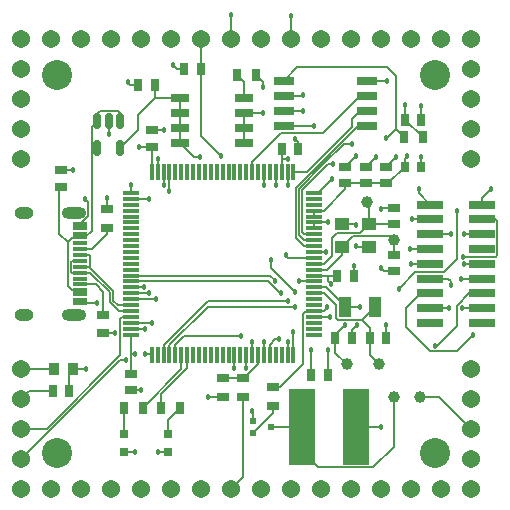
<source format=gbr>
%TF.GenerationSoftware,KiCad,Pcbnew,8.0.6-8.0.6-0~ubuntu24.04.1*%
%TF.CreationDate,2024-10-22T17:09:28-04:00*%
%TF.ProjectId,ta-expt-v2,74612d65-7870-4742-9d76-322e6b696361,rev?*%
%TF.SameCoordinates,Original*%
%TF.FileFunction,Copper,L1,Top*%
%TF.FilePolarity,Positive*%
%FSLAX46Y46*%
G04 Gerber Fmt 4.6, Leading zero omitted, Abs format (unit mm)*
G04 Created by KiCad (PCBNEW 8.0.6-8.0.6-0~ubuntu24.04.1) date 2024-10-22 17:09:28*
%MOMM*%
%LPD*%
G01*
G04 APERTURE LIST*
G04 Aperture macros list*
%AMRoundRect*
0 Rectangle with rounded corners*
0 $1 Rounding radius*
0 $2 $3 $4 $5 $6 $7 $8 $9 X,Y pos of 4 corners*
0 Add a 4 corners polygon primitive as box body*
4,1,4,$2,$3,$4,$5,$6,$7,$8,$9,$2,$3,0*
0 Add four circle primitives for the rounded corners*
1,1,$1+$1,$2,$3*
1,1,$1+$1,$4,$5*
1,1,$1+$1,$6,$7*
1,1,$1+$1,$8,$9*
0 Add four rect primitives between the rounded corners*
20,1,$1+$1,$2,$3,$4,$5,0*
20,1,$1+$1,$4,$5,$6,$7,0*
20,1,$1+$1,$6,$7,$8,$9,0*
20,1,$1+$1,$8,$9,$2,$3,0*%
G04 Aperture macros list end*
%TA.AperFunction,SMDPad,CuDef*%
%ADD10R,1.475000X0.300000*%
%TD*%
%TA.AperFunction,SMDPad,CuDef*%
%ADD11R,0.300000X1.475000*%
%TD*%
%TA.AperFunction,SMDPad,CuDef*%
%ADD12R,0.780000X0.990000*%
%TD*%
%TA.AperFunction,SMDPad,CuDef*%
%ADD13R,1.525000X0.650000*%
%TD*%
%TA.AperFunction,SMDPad,CuDef*%
%ADD14C,1.000000*%
%TD*%
%TA.AperFunction,SMDPad,CuDef*%
%ADD15R,1.000000X0.800000*%
%TD*%
%TA.AperFunction,SMDPad,CuDef*%
%ADD16R,0.800000X1.000000*%
%TD*%
%TA.AperFunction,SMDPad,CuDef*%
%ADD17R,0.800000X0.800000*%
%TD*%
%TA.AperFunction,SMDPad,CuDef*%
%ADD18R,0.990000X0.780000*%
%TD*%
%TA.AperFunction,SMDPad,CuDef*%
%ADD19R,0.630000X0.480000*%
%TD*%
%TA.AperFunction,SMDPad,CuDef*%
%ADD20R,2.300000X0.700000*%
%TD*%
%TA.AperFunction,SMDPad,CuDef*%
%ADD21R,1.150000X0.300000*%
%TD*%
%TA.AperFunction,ComponentPad*%
%ADD22O,2.100000X1.000000*%
%TD*%
%TA.AperFunction,ComponentPad*%
%ADD23O,1.600000X1.000000*%
%TD*%
%TA.AperFunction,ComponentPad*%
%ADD24C,1.540000*%
%TD*%
%TA.AperFunction,SMDPad,CuDef*%
%ADD25R,0.750000X0.940000*%
%TD*%
%TA.AperFunction,SMDPad,CuDef*%
%ADD26R,1.300000X1.100000*%
%TD*%
%TA.AperFunction,SMDPad,CuDef*%
%ADD27RoundRect,0.150000X-0.150000X0.512500X-0.150000X-0.512500X0.150000X-0.512500X0.150000X0.512500X0*%
%TD*%
%TA.AperFunction,SMDPad,CuDef*%
%ADD28R,2.300000X6.400000*%
%TD*%
%TA.AperFunction,SMDPad,CuDef*%
%ADD29R,1.000000X1.800000*%
%TD*%
%TA.AperFunction,SMDPad,CuDef*%
%ADD30R,1.785000X0.650000*%
%TD*%
%TA.AperFunction,ComponentPad*%
%ADD31C,2.540000*%
%TD*%
%TA.AperFunction,SMDPad,CuDef*%
%ADD32R,0.900000X1.000000*%
%TD*%
%TA.AperFunction,ViaPad*%
%ADD33C,0.457200*%
%TD*%
%TA.AperFunction,Conductor*%
%ADD34C,0.127000*%
%TD*%
%TA.AperFunction,Conductor*%
%ADD35C,0.203200*%
%TD*%
G04 APERTURE END LIST*
D10*
%TO.P,IC3,1,PE2*%
%TO.N,unconnected-(IC3-PE2-Pad1)*%
X160738000Y-114000000D03*
%TO.P,IC3,2,PE3*%
%TO.N,unconnected-(IC3-PE3-Pad2)*%
X160738000Y-113500000D03*
%TO.P,IC3,3,PE4*%
%TO.N,unconnected-(IC3-PE4-Pad3)*%
X160738000Y-113000000D03*
%TO.P,IC3,4,PE5*%
%TO.N,/Control*%
X160738000Y-112500000D03*
%TO.P,IC3,5,PE6*%
%TO.N,/LDO_OUT*%
X160738000Y-112000000D03*
%TO.P,IC3,6,VBAT*%
%TO.N,/V_BAT*%
X160738000Y-111500000D03*
%TO.P,IC3,7,PC13*%
%TO.N,unconnected-(IC3-PC13-Pad7)*%
X160738000Y-111000000D03*
%TO.P,IC3,8,PC14-OSC32_IN*%
%TO.N,Net-(IC3-PC14-OSC32_IN)*%
X160738000Y-110500000D03*
%TO.P,IC3,9,PC15-OSC32_OUT*%
%TO.N,Net-(IC3-PC15-OSC32_OUT)*%
X160738000Y-110000000D03*
%TO.P,IC3,10,VSS_1*%
%TO.N,GND*%
X160738000Y-109500000D03*
%TO.P,IC3,11,VDD_1*%
%TO.N,/VDD_FILT*%
X160738000Y-109000000D03*
%TO.P,IC3,12,PH0-OSC_IN*%
%TO.N,Net-(IC3-PH0-OSC_IN)*%
X160738000Y-108500000D03*
%TO.P,IC3,13,PH1-OSC_OUT*%
%TO.N,Net-(IC3-PH1-OSC_OUT)*%
X160738000Y-108000000D03*
%TO.P,IC3,14,NRST*%
%TO.N,/NRST*%
X160738000Y-107500000D03*
%TO.P,IC3,15,PC0*%
%TO.N,/I2C3_SCL*%
X160738000Y-107000000D03*
%TO.P,IC3,16,PC1*%
%TO.N,/QUADSPI_BK2_IO0*%
X160738000Y-106500000D03*
%TO.P,IC3,17,PC2*%
%TO.N,/QUADSPI_BK2_IO1*%
X160738000Y-106000000D03*
%TO.P,IC3,18,PC3*%
%TO.N,/QUADSPI_BK2_IO2*%
X160738000Y-105500000D03*
%TO.P,IC3,19,VSSA*%
%TO.N,GND*%
X160738000Y-105000000D03*
%TO.P,IC3,20,VREF-*%
X160738000Y-104500000D03*
%TO.P,IC3,21,VREF+*%
%TO.N,/VDD_FILT*%
X160738000Y-104000000D03*
%TO.P,IC3,22,VDDA*%
X160738000Y-103500000D03*
%TO.P,IC3,23,PA0*%
%TO.N,unconnected-(IC3-PA0-Pad23)*%
X160738000Y-103000000D03*
%TO.P,IC3,24,PA1*%
%TO.N,unconnected-(IC3-PA1-Pad24)*%
X160738000Y-102500000D03*
%TO.P,IC3,25,PA2*%
%TO.N,/QUADSPI_BK1_NCS*%
X160738000Y-102000000D03*
D11*
%TO.P,IC3,26,PA3*%
%TO.N,/QUADSPI_CLK*%
X159000000Y-100262000D03*
%TO.P,IC3,27,VSS_2*%
%TO.N,GND*%
X158500000Y-100262000D03*
%TO.P,IC3,28,VDD_2*%
%TO.N,/VDD_FILT*%
X158000000Y-100262000D03*
%TO.P,IC3,29,PA4*%
%TO.N,/DCMI_HSYNC*%
X157500000Y-100262000D03*
%TO.P,IC3,30,PA5*%
%TO.N,unconnected-(IC3-PA5-Pad30)*%
X157000000Y-100262000D03*
%TO.P,IC3,31,PA6*%
%TO.N,/DCMI_PIXCLK*%
X156500000Y-100262000D03*
%TO.P,IC3,32,PA7*%
%TO.N,unconnected-(IC3-PA7-Pad32)*%
X156000000Y-100262000D03*
%TO.P,IC3,33,PC4*%
%TO.N,/QUADSPI_BK2_IO3*%
X155500000Y-100262000D03*
%TO.P,IC3,34,PC5*%
%TO.N,unconnected-(IC3-PC5-Pad34)*%
X155000000Y-100262000D03*
%TO.P,IC3,35,PB0*%
%TO.N,unconnected-(IC3-PB0-Pad35)*%
X154500000Y-100262000D03*
%TO.P,IC3,36,PB1*%
%TO.N,unconnected-(IC3-PB1-Pad36)*%
X154000000Y-100262000D03*
%TO.P,IC3,37,PB2*%
%TO.N,unconnected-(IC3-PB2-Pad37)*%
X153500000Y-100262000D03*
%TO.P,IC3,38,PE7*%
%TO.N,unconnected-(IC3-PE7-Pad38)*%
X153000000Y-100262000D03*
%TO.P,IC3,39,PE8*%
%TO.N,unconnected-(IC3-PE8-Pad39)*%
X152500000Y-100262000D03*
%TO.P,IC3,40,PE9*%
%TO.N,unconnected-(IC3-PE9-Pad40)*%
X152000000Y-100262000D03*
%TO.P,IC3,41,PE10*%
%TO.N,unconnected-(IC3-PE10-Pad41)*%
X151500000Y-100262000D03*
%TO.P,IC3,42,PE11*%
%TO.N,unconnected-(IC3-PE11-Pad42)*%
X151000000Y-100262000D03*
%TO.P,IC3,43,PE12*%
%TO.N,unconnected-(IC3-PE12-Pad43)*%
X150500000Y-100262000D03*
%TO.P,IC3,44,PE13*%
%TO.N,unconnected-(IC3-PE13-Pad44)*%
X150000000Y-100262000D03*
%TO.P,IC3,45,PE14*%
%TO.N,unconnected-(IC3-PE14-Pad45)*%
X149500000Y-100262000D03*
%TO.P,IC3,46,PE15*%
%TO.N,unconnected-(IC3-PE15-Pad46)*%
X149000000Y-100262000D03*
%TO.P,IC3,47,PB10*%
%TO.N,/LPUART_RX*%
X148500000Y-100262000D03*
%TO.P,IC3,48,PB11*%
%TO.N,/LPUART_TX*%
X148000000Y-100262000D03*
%TO.P,IC3,49,VSS_3*%
%TO.N,GND*%
X147500000Y-100262000D03*
%TO.P,IC3,50,VDD_3*%
%TO.N,/VDD_FILT*%
X147000000Y-100262000D03*
D10*
%TO.P,IC3,51,PB12*%
%TO.N,/LPUART_RTS*%
X145262000Y-102000000D03*
%TO.P,IC3,52,PB13*%
%TO.N,/LPUART_CTS*%
X145262000Y-102500000D03*
%TO.P,IC3,53,PB14*%
%TO.N,unconnected-(IC3-PB14-Pad53)*%
X145262000Y-103000000D03*
%TO.P,IC3,54,PB15*%
%TO.N,unconnected-(IC3-PB15-Pad54)*%
X145262000Y-103500000D03*
%TO.P,IC3,55,PD8*%
%TO.N,unconnected-(IC3-PD8-Pad55)*%
X145262000Y-104000000D03*
%TO.P,IC3,56,PD9*%
%TO.N,unconnected-(IC3-PD9-Pad56)*%
X145262000Y-104500000D03*
%TO.P,IC3,57,PD10*%
%TO.N,unconnected-(IC3-PD10-Pad57)*%
X145262000Y-105000000D03*
%TO.P,IC3,58,PD11*%
%TO.N,unconnected-(IC3-PD11-Pad58)*%
X145262000Y-105500000D03*
%TO.P,IC3,59,PD12*%
%TO.N,unconnected-(IC3-PD12-Pad59)*%
X145262000Y-106000000D03*
%TO.P,IC3,60,PD13*%
%TO.N,unconnected-(IC3-PD13-Pad60)*%
X145262000Y-106500000D03*
%TO.P,IC3,61,PD14*%
%TO.N,unconnected-(IC3-PD14-Pad61)*%
X145262000Y-107000000D03*
%TO.P,IC3,62,PD15*%
%TO.N,unconnected-(IC3-PD15-Pad62)*%
X145262000Y-107500000D03*
%TO.P,IC3,63,PC6*%
%TO.N,unconnected-(IC3-PC6-Pad63)*%
X145262000Y-108000000D03*
%TO.P,IC3,64,PC7*%
%TO.N,unconnected-(IC3-PC7-Pad64)*%
X145262000Y-108500000D03*
%TO.P,IC3,65,PC8*%
%TO.N,/DCMI_D2*%
X145262000Y-109000000D03*
%TO.P,IC3,66,PC9*%
%TO.N,/DCMI_D3*%
X145262000Y-109500000D03*
%TO.P,IC3,67,PA8*%
%TO.N,/USART1_CK*%
X145262000Y-110000000D03*
%TO.P,IC3,68,PA9*%
%TO.N,/USART1_TX*%
X145262000Y-110500000D03*
%TO.P,IC3,69,PA10*%
%TO.N,/USART1_RX*%
X145262000Y-111000000D03*
%TO.P,IC3,70,PA11*%
%TO.N,/D-*%
X145262000Y-111500000D03*
%TO.P,IC3,71,PA12*%
%TO.N,/D+*%
X145262000Y-112000000D03*
%TO.P,IC3,72,PA13*%
%TO.N,/SWDIO*%
X145262000Y-112500000D03*
%TO.P,IC3,73,VDDUSB*%
%TO.N,/VDD_FILT*%
X145262000Y-113000000D03*
%TO.P,IC3,74,VSS_4*%
%TO.N,GND*%
X145262000Y-113500000D03*
%TO.P,IC3,75,VDD_4*%
%TO.N,/VDD_FILT*%
X145262000Y-114000000D03*
D11*
%TO.P,IC3,76,PA14*%
%TO.N,/SWCLK*%
X147000000Y-115738000D03*
%TO.P,IC3,77,PA15*%
%TO.N,unconnected-(IC3-PA15-Pad77)*%
X147500000Y-115738000D03*
%TO.P,IC3,78,PC10*%
%TO.N,/DCMI_D8*%
X148000000Y-115738000D03*
%TO.P,IC3,79,PC11*%
%TO.N,/DCMI_D4*%
X148500000Y-115738000D03*
%TO.P,IC3,80,PC12*%
%TO.N,/DCMI_D9*%
X149000000Y-115738000D03*
%TO.P,IC3,81,PD0*%
%TO.N,/LED1*%
X149500000Y-115738000D03*
%TO.P,IC3,82,PD1*%
%TO.N,/LED2*%
X150000000Y-115738000D03*
%TO.P,IC3,83,PD2*%
%TO.N,unconnected-(IC3-PD2-Pad83)*%
X150500000Y-115738000D03*
%TO.P,IC3,84,PD3*%
%TO.N,unconnected-(IC3-PD3-Pad84)*%
X151000000Y-115738000D03*
%TO.P,IC3,85,PD4*%
%TO.N,unconnected-(IC3-PD4-Pad85)*%
X151500000Y-115738000D03*
%TO.P,IC3,86,PD5*%
%TO.N,unconnected-(IC3-PD5-Pad86)*%
X152000000Y-115738000D03*
%TO.P,IC3,87,PD6*%
%TO.N,unconnected-(IC3-PD6-Pad87)*%
X152500000Y-115738000D03*
%TO.P,IC3,88,PD7*%
%TO.N,unconnected-(IC3-PD7-Pad88)*%
X153000000Y-115738000D03*
%TO.P,IC3,89,PB3*%
%TO.N,unconnected-(IC3-PB3-Pad89)*%
X153500000Y-115738000D03*
%TO.P,IC3,90,PB4*%
%TO.N,/I2C3_SDA*%
X154000000Y-115738000D03*
%TO.P,IC3,91,PB5*%
%TO.N,unconnected-(IC3-PB5-Pad91)*%
X154500000Y-115738000D03*
%TO.P,IC3,92,PB6*%
%TO.N,/DCMI_D5*%
X155000000Y-115738000D03*
%TO.P,IC3,93,PB7*%
%TO.N,/DCMI_VSYNC*%
X155500000Y-115738000D03*
%TO.P,IC3,94,PH3-BOOT0*%
%TO.N,Net-(IC3-PH3-BOOT0)*%
X156000000Y-115738000D03*
%TO.P,IC3,95,PB8*%
%TO.N,/DCMI_D6*%
X156500000Y-115738000D03*
%TO.P,IC3,96,PB9*%
%TO.N,/DCMI_D7*%
X157000000Y-115738000D03*
%TO.P,IC3,97,PE0*%
%TO.N,unconnected-(IC3-PE0-Pad97)*%
X157500000Y-115738000D03*
%TO.P,IC3,98,PE1*%
%TO.N,unconnected-(IC3-PE1-Pad98)*%
X158000000Y-115738000D03*
%TO.P,IC3,99,VSS_5*%
%TO.N,GND*%
X158500000Y-115738000D03*
%TO.P,IC3,100,VDD_5*%
%TO.N,/VDD_FILT*%
X159000000Y-115738000D03*
%TD*%
D12*
%TO.P,C4,1*%
%TO.N,Net-(IC3-PC15-OSC32_OUT)*%
X162550000Y-114300000D03*
%TO.P,C4,2*%
%TO.N,GND*%
X163950000Y-114300000D03*
%TD*%
D13*
%TO.P,IC2,1,S_1*%
%TO.N,/VDD_FILT*%
X154824000Y-97750000D03*
%TO.P,IC2,2,S_2*%
X154824000Y-96480000D03*
%TO.P,IC2,3,S_3*%
X154824000Y-95210000D03*
%TO.P,IC2,4,G*%
%TO.N,Net-(IC2-G)*%
X154824000Y-93940000D03*
%TO.P,IC2,5,D_1*%
%TO.N,/LDO_OUT*%
X149400000Y-93940000D03*
%TO.P,IC2,6,D_2*%
X149400000Y-95210000D03*
%TO.P,IC2,7,D_3*%
X149400000Y-96480000D03*
%TO.P,IC2,8,D_4*%
X149400000Y-97750000D03*
%TD*%
D14*
%TO.P,TP3,1*%
%TO.N,Net-(IC3-PC15-OSC32_OUT)*%
X163500000Y-116500000D03*
%TD*%
%TO.P,TP5,1*%
%TO.N,Net-(IC1-A1{slash}K2)*%
X167500000Y-119250000D03*
%TD*%
D12*
%TO.P,C14,1*%
%TO.N,GND*%
X159400000Y-98300000D03*
%TO.P,C14,2*%
%TO.N,/VDD_FILT*%
X158000000Y-98300000D03*
%TD*%
D15*
%TO.P,R6,1*%
%TO.N,/BOOT0*%
X154700000Y-119250000D03*
%TO.P,R6,2*%
%TO.N,Net-(IC3-PH3-BOOT0)*%
X154700000Y-117650000D03*
%TD*%
D16*
%TO.P,R7,1*%
%TO.N,/VDD_FILT*%
X169950000Y-97300000D03*
%TO.P,R7,2*%
%TO.N,/QUADSPI_BK1_NCS*%
X168350000Y-97300000D03*
%TD*%
D14*
%TO.P,TP1,1*%
%TO.N,Net-(IC3-PH1-OSC_OUT)*%
X165250000Y-102750000D03*
%TD*%
D15*
%TO.P,R3,1*%
%TO.N,Net-(IC1-K1)*%
X157250000Y-120050000D03*
%TO.P,R3,2*%
%TO.N,/LDO_OUT*%
X157250000Y-118450000D03*
%TD*%
D17*
%TO.P,LED2,1,K*%
%TO.N,GND*%
X148350000Y-123900000D03*
%TO.P,LED2,2,A*%
%TO.N,Net-(LED2-A)*%
X148350000Y-122400000D03*
%TD*%
D12*
%TO.P,C19,1*%
%TO.N,/LDO_OUT*%
X147250000Y-92850000D03*
%TO.P,C19,2*%
%TO.N,GND*%
X145850000Y-92850000D03*
%TD*%
D16*
%TO.P,R4,1*%
%TO.N,/Control*%
X155800000Y-92000000D03*
%TO.P,R4,2*%
%TO.N,Net-(IC2-G)*%
X154200000Y-92000000D03*
%TD*%
D18*
%TO.P,C9,1*%
%TO.N,/VDD_FILT*%
X165100000Y-101200000D03*
%TO.P,C9,2*%
%TO.N,GND*%
X165100000Y-99800000D03*
%TD*%
D19*
%TO.P,IC1,1,A2*%
%TO.N,/VDD_FILT*%
X155545000Y-121350000D03*
%TO.P,IC1,2,K1*%
%TO.N,Net-(IC1-K1)*%
X155545000Y-122350000D03*
%TO.P,IC1,3,A1/K2*%
%TO.N,Net-(IC1-A1{slash}K2)*%
X157055000Y-121850000D03*
%TD*%
D20*
%TO.P,J5,1,1*%
%TO.N,unconnected-(J5-Pad1)*%
X170575000Y-113000000D03*
%TO.P,J5,2,2*%
%TO.N,unconnected-(J5-Pad2)*%
X174925000Y-113000000D03*
%TO.P,J5,3,3*%
%TO.N,/DCMI_D3*%
X170575000Y-111750000D03*
%TO.P,J5,4,4*%
%TO.N,/DCMI_D2*%
X174925000Y-111750000D03*
%TO.P,J5,5,5*%
%TO.N,/DCMI_D5*%
X170575000Y-110500000D03*
%TO.P,J5,6,6*%
%TO.N,/DCMI_D4*%
X174925000Y-110500000D03*
%TO.P,J5,7,7*%
%TO.N,/DCMI_D7*%
X170575000Y-109250000D03*
%TO.P,J5,8,8*%
%TO.N,/DCMI_D6*%
X174925000Y-109250000D03*
%TO.P,J5,9,9*%
%TO.N,/DCMI_D9*%
X170575000Y-108000000D03*
%TO.P,J5,10,10*%
%TO.N,/DCMI_D8*%
X174925000Y-108000000D03*
%TO.P,J5,11,11*%
%TO.N,/DCMI_PIXCLK*%
X170575000Y-106750000D03*
%TO.P,J5,12,12*%
%TO.N,unconnected-(J5-Pad12)*%
X174925000Y-106750000D03*
%TO.P,J5,13,13*%
%TO.N,/DCMI_VSYNC*%
X170575000Y-105500000D03*
%TO.P,J5,14,14*%
%TO.N,/DCMI_HSYNC*%
X174925000Y-105500000D03*
%TO.P,J5,15,15*%
%TO.N,/I2C3_SCL*%
X170575000Y-104250000D03*
%TO.P,J5,16,16*%
%TO.N,/I2C3_SDA*%
X174925000Y-104250000D03*
%TO.P,J5,17,17*%
%TO.N,/VDD_FILT*%
X170575000Y-103000000D03*
%TO.P,J5,18,18*%
%TO.N,GND*%
X174925000Y-103000000D03*
%TD*%
D21*
%TO.P,J3,A1,GND*%
%TO.N,GND*%
X140955000Y-104650000D03*
%TO.P,J3,A4,VBUS*%
%TO.N,/VBUS*%
X140955000Y-105450000D03*
%TO.P,J3,A5,CC1*%
%TO.N,Net-(J3-CC1)*%
X140955000Y-106750000D03*
%TO.P,J3,A6,D+*%
%TO.N,/D+*%
X140955000Y-107750000D03*
%TO.P,J3,A7,D-*%
%TO.N,/D-*%
X140955000Y-108250000D03*
%TO.P,J3,A8,SBU1*%
%TO.N,unconnected-(J3-SBU1-PadA8)*%
X140955000Y-109250000D03*
%TO.P,J3,A9,VBUS*%
%TO.N,/VBUS*%
X140955000Y-110550000D03*
%TO.P,J3,A12,GND*%
%TO.N,GND*%
X140955000Y-111350000D03*
%TO.P,J3,B1,GND*%
X140955000Y-111050000D03*
%TO.P,J3,B4,VBUS*%
%TO.N,/VBUS*%
X140955000Y-110250000D03*
%TO.P,J3,B5,CC2*%
%TO.N,Net-(J3-CC2)*%
X140955000Y-109750000D03*
%TO.P,J3,B6,D+*%
%TO.N,/D+*%
X140955000Y-108750000D03*
%TO.P,J3,B7,D-*%
%TO.N,/D-*%
X140955000Y-107250000D03*
%TO.P,J3,B8,SBU2*%
%TO.N,unconnected-(J3-SBU2-PadB8)*%
X140955000Y-106250000D03*
%TO.P,J3,B9,VBUS*%
%TO.N,/VBUS*%
X140955000Y-105750000D03*
%TO.P,J3,B12,GND*%
%TO.N,GND*%
X140955000Y-104950000D03*
D22*
%TO.P,J3,S1,SHIELD*%
%TO.N,unconnected-(J3-SHIELD-PadS1)*%
X140390000Y-103680000D03*
D23*
X136210000Y-103680000D03*
D22*
X140390000Y-112320000D03*
D23*
X136210000Y-112320000D03*
%TD*%
D18*
%TO.P,C6,1*%
%TO.N,Net-(IC3-PH0-OSC_IN)*%
X167500000Y-107250000D03*
%TO.P,C6,2*%
%TO.N,GND*%
X167500000Y-108650000D03*
%TD*%
D12*
%TO.P,C10,1*%
%TO.N,/NRST*%
X151150000Y-91550000D03*
%TO.P,C10,2*%
%TO.N,GND*%
X149750000Y-91550000D03*
%TD*%
D18*
%TO.P,C7,1*%
%TO.N,/VDD_FILT*%
X166800000Y-101200000D03*
%TO.P,C7,2*%
%TO.N,GND*%
X166800000Y-99800000D03*
%TD*%
%TO.P,C13,1*%
%TO.N,/VDD_FILT*%
X147000000Y-98100000D03*
%TO.P,C13,2*%
%TO.N,GND*%
X147000000Y-96700000D03*
%TD*%
D15*
%TO.P,R9,1*%
%TO.N,GND*%
X142900000Y-113900000D03*
%TO.P,R9,2*%
%TO.N,Net-(J3-CC2)*%
X142900000Y-112300000D03*
%TD*%
D24*
%TO.P,J7,1,Pin_1*%
%TO.N,VDD*%
X135950000Y-116890000D03*
%TO.P,J7,2,Pin_2*%
%TO.N,GND*%
X135950000Y-119430000D03*
%TO.P,J7,3,Pin_3*%
%TO.N,/SWDIO*%
X135950000Y-121970000D03*
%TO.P,J7,4,Pin_4*%
%TO.N,/SWCLK*%
X135950000Y-124510000D03*
%TD*%
D25*
%TO.P,C5,1*%
%TO.N,/VDD_FILT*%
X168400000Y-99800000D03*
%TO.P,C5,2*%
%TO.N,GND*%
X169800000Y-99800000D03*
%TD*%
D16*
%TO.P,R2,1*%
%TO.N,/LED2*%
X147800000Y-120200000D03*
%TO.P,R2,2*%
%TO.N,Net-(LED2-A)*%
X149400000Y-120200000D03*
%TD*%
%TO.P,R1,1*%
%TO.N,/LED1*%
X146250000Y-120200000D03*
%TO.P,R1,2*%
%TO.N,Net-(LED1-A)*%
X144650000Y-120200000D03*
%TD*%
D18*
%TO.P,C18,1*%
%TO.N,GND*%
X139350000Y-100100000D03*
%TO.P,C18,2*%
%TO.N,/VBUS*%
X139350000Y-101500000D03*
%TD*%
%TO.P,C16,1*%
%TO.N,GND*%
X145200000Y-118700000D03*
%TO.P,C16,2*%
%TO.N,/VDD_FILT*%
X145200000Y-117300000D03*
%TD*%
D24*
%TO.P,J8,1,Pin_1*%
%TO.N,unconnected-(J8-Pin_1-Pad1)*%
X135950000Y-127050000D03*
%TO.P,J8,2,Pin_2*%
%TO.N,unconnected-(J8-Pin_2-Pad2)*%
X138490000Y-127050000D03*
%TO.P,J8,3,Pin_3*%
%TO.N,unconnected-(J8-Pin_3-Pad3)*%
X141030000Y-127050000D03*
%TO.P,J8,4,Pin_4*%
%TO.N,unconnected-(J8-Pin_4-Pad4)*%
X143570000Y-127050000D03*
%TO.P,J8,5,Pin_5*%
%TO.N,unconnected-(J8-Pin_5-Pad5)*%
X146110000Y-127050000D03*
%TO.P,J8,6,Pin_6*%
%TO.N,unconnected-(J8-Pin_6-Pad6)*%
X148650000Y-127050000D03*
%TO.P,J8,7,Pin_7*%
%TO.N,unconnected-(J8-Pin_7-Pad7)*%
X151190000Y-127050000D03*
%TO.P,J8,8,Pin_8*%
%TO.N,/BOOT0*%
X153730000Y-127050000D03*
%TO.P,J8,9,Pin_9*%
%TO.N,/LPUART_CTS*%
X156270000Y-127050000D03*
%TO.P,J8,10,Pin_10*%
%TO.N,/LPUART_TX*%
X158810000Y-127050000D03*
%TO.P,J8,11,Pin_11*%
%TO.N,/LPUART_RX*%
X161350000Y-127050000D03*
%TO.P,J8,12,Pin_12*%
%TO.N,/LPUART_RTS*%
X163890000Y-127050000D03*
%TO.P,J8,13,Pin_13*%
%TO.N,unconnected-(J8-Pin_13-Pad13)*%
X166430000Y-127050000D03*
%TO.P,J8,14,Pin_14*%
%TO.N,unconnected-(J8-Pin_14-Pad14)*%
X168970000Y-127050000D03*
%TO.P,J8,15,Pin_15*%
%TO.N,unconnected-(J8-Pin_15-Pad15)*%
X171510000Y-127050000D03*
%TO.P,J8,16,Pin_16*%
%TO.N,unconnected-(J8-Pin_16-Pad16)*%
X174050000Y-127050000D03*
%TD*%
D17*
%TO.P,LED1,1,K*%
%TO.N,GND*%
X144650000Y-123900000D03*
%TO.P,LED1,2,A*%
%TO.N,Net-(LED1-A)*%
X144650000Y-122400000D03*
%TD*%
D18*
%TO.P,C12,1*%
%TO.N,/VDD_FILT*%
X163400000Y-101200000D03*
%TO.P,C12,2*%
%TO.N,GND*%
X163400000Y-99800000D03*
%TD*%
D14*
%TO.P,TP6,1*%
%TO.N,GND*%
X169750000Y-119250000D03*
%TD*%
D12*
%TO.P,C15,1*%
%TO.N,GND*%
X164100000Y-109000000D03*
%TO.P,C15,2*%
%TO.N,/VDD_FILT*%
X162700000Y-109000000D03*
%TD*%
D24*
%TO.P,J1,2,Pin_2*%
%TO.N,unconnected-(J1-Pin_2-Pad2)*%
X174050000Y-124510000D03*
%TO.P,J1,3,Pin_3*%
%TO.N,GND*%
X174050000Y-121970000D03*
%TO.P,J1,4,Pin_4*%
%TO.N,unconnected-(J1-Pin_4-Pad4)*%
X174050000Y-119430000D03*
%TO.P,J1,5,Pin_5*%
%TO.N,unconnected-(J1-Pin_5-Pad5)*%
X174050000Y-116890000D03*
%TD*%
D26*
%TO.P,Y1,1,CRYSTAL_1*%
%TO.N,Net-(IC3-PH0-OSC_IN)*%
X163100000Y-106575000D03*
%TO.P,Y1,2,GND_1*%
%TO.N,GND*%
X165400000Y-106575000D03*
%TO.P,Y1,3,CRYSTAL_2*%
%TO.N,Net-(IC3-PH1-OSC_OUT)*%
X165400000Y-104675000D03*
%TO.P,Y1,4,GND_2*%
%TO.N,GND*%
X163100000Y-104675000D03*
%TD*%
D15*
%TO.P,R8,1*%
%TO.N,GND*%
X143200000Y-103350000D03*
%TO.P,R8,2*%
%TO.N,Net-(J3-CC1)*%
X143200000Y-104950000D03*
%TD*%
D12*
%TO.P,C8,1*%
%TO.N,Net-(IC3-PC14-OSC32_IN)*%
X165450000Y-114300000D03*
%TO.P,C8,2*%
%TO.N,GND*%
X166850000Y-114300000D03*
%TD*%
%TO.P,C2,1*%
%TO.N,/VDD_FILT*%
X140000000Y-118800000D03*
%TO.P,C2,2*%
%TO.N,GND*%
X138600000Y-118800000D03*
%TD*%
D27*
%TO.P,U1,1,IN*%
%TO.N,/VBUS*%
X144300000Y-95925000D03*
%TO.P,U1,2,GND*%
%TO.N,GND*%
X143350000Y-95925000D03*
%TO.P,U1,3,EN*%
%TO.N,/VBUS*%
X142400000Y-95925000D03*
%TO.P,U1,4,NC*%
%TO.N,unconnected-(U1-NC-Pad4)*%
X142400000Y-98200000D03*
%TO.P,U1,5,OUT*%
%TO.N,/LDO_OUT*%
X144300000Y-98200000D03*
%TD*%
D28*
%TO.P,C1,1*%
%TO.N,Net-(IC1-A1{slash}K2)*%
X159700000Y-121850000D03*
%TO.P,C1,2*%
%TO.N,GND*%
X164300000Y-121850000D03*
%TD*%
D14*
%TO.P,TP4,1*%
%TO.N,Net-(IC3-PC14-OSC32_IN)*%
X166250000Y-116500000D03*
%TD*%
D24*
%TO.P,J2,1,Pin_1*%
%TO.N,unconnected-(J2-Pin_1-Pad1)*%
X135950000Y-99110000D03*
%TO.P,J2,2,Pin_2*%
%TO.N,GND*%
X135950000Y-96570000D03*
%TO.P,J2,3,Pin_3*%
%TO.N,unconnected-(J2-Pin_3-Pad3)*%
X135950000Y-94030000D03*
%TO.P,J2,4,Pin_4*%
%TO.N,unconnected-(J2-Pin_4-Pad4)*%
X135950000Y-91490000D03*
%TD*%
D14*
%TO.P,TP2,1*%
%TO.N,Net-(IC3-PH0-OSC_IN)*%
X167500000Y-106000000D03*
%TD*%
D18*
%TO.P,C3,1*%
%TO.N,Net-(IC3-PH1-OSC_OUT)*%
X167500000Y-104650000D03*
%TO.P,C3,2*%
%TO.N,GND*%
X167500000Y-103250000D03*
%TD*%
D12*
%TO.P,C11,1*%
%TO.N,GND*%
X161900000Y-117450000D03*
%TO.P,C11,2*%
%TO.N,/VDD_FILT*%
X160500000Y-117450000D03*
%TD*%
%TO.P,C17,1*%
%TO.N,/VDD_FILT*%
X168400000Y-95800000D03*
%TO.P,C17,2*%
%TO.N,GND*%
X169800000Y-95800000D03*
%TD*%
D29*
%TO.P,Y2,1,1*%
%TO.N,Net-(IC3-PC14-OSC32_IN)*%
X165875000Y-111650000D03*
%TO.P,Y2,2,2*%
%TO.N,Net-(IC3-PC15-OSC32_OUT)*%
X163325000Y-111650000D03*
%TD*%
D30*
%TO.P,IC4,1,CE#*%
%TO.N,/QUADSPI_BK1_NCS*%
X158168000Y-92495000D03*
%TO.P,IC4,2,SO(IO1)*%
%TO.N,/QUADSPI_BK2_IO1*%
X158168000Y-93765000D03*
%TO.P,IC4,3,WP#(IO2)*%
%TO.N,/QUADSPI_BK2_IO2*%
X158168000Y-95035000D03*
%TO.P,IC4,4,GND*%
%TO.N,GND*%
X158168000Y-96305000D03*
%TO.P,IC4,5,SI(IO0)*%
%TO.N,/QUADSPI_BK2_IO0*%
X165232000Y-96305000D03*
%TO.P,IC4,6,SCK*%
%TO.N,/QUADSPI_CLK*%
X165232000Y-95035000D03*
%TO.P,IC4,7,HOLD#_OR__RESET#(IO3)*%
%TO.N,/QUADSPI_BK2_IO3*%
X165232000Y-93765000D03*
%TO.P,IC4,8,VCC*%
%TO.N,/VDD_FILT*%
X165232000Y-92495000D03*
%TD*%
D31*
%TO.P,J6,1,Pin_1*%
%TO.N,GND*%
X139000000Y-92000000D03*
%TO.P,J6,2,Pin_2*%
X171000000Y-92000000D03*
%TO.P,J6,3,Pin_3*%
X139000000Y-124000000D03*
%TO.P,J6,4,Pin_4*%
X171000000Y-124000000D03*
%TD*%
D24*
%TO.P,J4,2,Pin_2*%
%TO.N,unconnected-(J4-Pin_2-Pad2)*%
X174050000Y-99110000D03*
%TO.P,J4,3,Pin_3*%
%TO.N,unconnected-(J4-Pin_3-Pad3)*%
X174050000Y-96570000D03*
%TO.P,J4,4,Pin_4*%
%TO.N,unconnected-(J4-Pin_4-Pad4)*%
X174050000Y-94030000D03*
%TO.P,J4,5,Pin_5*%
%TO.N,unconnected-(J4-Pin_5-Pad5)*%
X174050000Y-91490000D03*
%TD*%
%TO.P,J9,1,Pin_1*%
%TO.N,unconnected-(J9-Pin_1-Pad1)*%
X135950000Y-88950000D03*
%TO.P,J9,2,Pin_2*%
%TO.N,unconnected-(J9-Pin_2-Pad2)*%
X138490000Y-88950000D03*
%TO.P,J9,3,Pin_3*%
%TO.N,GND*%
X141030000Y-88950000D03*
%TO.P,J9,4,Pin_4*%
%TO.N,unconnected-(J9-Pin_4-Pad4)*%
X143570000Y-88950000D03*
%TO.P,J9,5,Pin_5*%
%TO.N,unconnected-(J9-Pin_5-Pad5)*%
X146110000Y-88950000D03*
%TO.P,J9,6,Pin_6*%
%TO.N,unconnected-(J9-Pin_6-Pad6)*%
X148650000Y-88950000D03*
%TO.P,J9,7,Pin_7*%
%TO.N,/NRST*%
X151190000Y-88950000D03*
%TO.P,J9,8,Pin_8*%
%TO.N,/USART1_CK*%
X153730000Y-88950000D03*
%TO.P,J9,9,Pin_9*%
%TO.N,/USART1_CTS*%
X156270000Y-88950000D03*
%TO.P,J9,10,Pin_10*%
%TO.N,/USART1_TX*%
X158810000Y-88950000D03*
%TO.P,J9,11,Pin_11*%
%TO.N,/USART1_RX*%
X161350000Y-88950000D03*
%TO.P,J9,12,Pin_12*%
%TO.N,/USART1_RTS*%
X163890000Y-88950000D03*
%TO.P,J9,13,Pin_13*%
%TO.N,unconnected-(J9-Pin_13-Pad13)*%
X166430000Y-88950000D03*
%TO.P,J9,14,Pin_14*%
%TO.N,unconnected-(J9-Pin_14-Pad14)*%
X168970000Y-88950000D03*
%TO.P,J9,15,Pin_15*%
%TO.N,unconnected-(J9-Pin_15-Pad15)*%
X171510000Y-88950000D03*
%TO.P,J9,16,Pin_16*%
%TO.N,unconnected-(J9-Pin_16-Pad16)*%
X174050000Y-88950000D03*
%TD*%
D32*
%TO.P,FB1,1,1*%
%TO.N,VDD*%
X138750000Y-116900000D03*
%TO.P,FB1,2,2*%
%TO.N,/VDD_FILT*%
X140350000Y-116900000D03*
%TD*%
D15*
%TO.P,R5,1*%
%TO.N,Net-(IC3-PH3-BOOT0)*%
X153050000Y-117650000D03*
%TO.P,R5,2*%
%TO.N,GND*%
X153050000Y-119250000D03*
%TD*%
D33*
%TO.N,/VDD_FILT*%
X155500000Y-120500000D03*
%TO.N,GND*%
X143200000Y-102400000D03*
X169800000Y-98950000D03*
X146100000Y-118700000D03*
X164400000Y-113200000D03*
X175700000Y-101700000D03*
X166450000Y-103400000D03*
X165950000Y-98950000D03*
X142400000Y-111350000D03*
X166400000Y-121850000D03*
X167700000Y-98950000D03*
X140350000Y-100100000D03*
X164300000Y-98900000D03*
X147500000Y-99100000D03*
X166850000Y-113200000D03*
X143350000Y-97000000D03*
X158500000Y-114600000D03*
X161900000Y-104500000D03*
X159500000Y-109500000D03*
X148000000Y-96700000D03*
X161900000Y-115300000D03*
X158500000Y-101350000D03*
X166400000Y-108400000D03*
X146400000Y-113500000D03*
X164250000Y-106500000D03*
X160700000Y-96300000D03*
X151750000Y-119250000D03*
X147500000Y-123900000D03*
X144950000Y-92650000D03*
X145600000Y-123900000D03*
X169800000Y-94650000D03*
X143900000Y-113900000D03*
X164100000Y-108200000D03*
X159100000Y-97400000D03*
X148800000Y-91200000D03*
X141350000Y-102500000D03*
X164250000Y-104700000D03*
%TO.N,/VDD_FILT*%
X160500000Y-115300000D03*
X158500000Y-99150000D03*
X156400000Y-95200000D03*
X169600000Y-101650000D03*
X166900000Y-92500000D03*
X145950000Y-98100000D03*
X141450000Y-116900000D03*
X168400000Y-94600000D03*
X147050000Y-113000000D03*
X159000000Y-113750000D03*
X162150000Y-109750000D03*
X168650000Y-98850000D03*
X145600000Y-115600000D03*
%TO.N,Net-(IC3-PC15-OSC32_OUT)*%
X163400000Y-113200000D03*
X164600000Y-111650000D03*
%TO.N,/NRST*%
X158350000Y-107300000D03*
X152900000Y-98900000D03*
%TO.N,/LDO_OUT*%
X161850000Y-111700000D03*
X151050000Y-98950000D03*
X159150000Y-110400000D03*
X157075000Y-107725000D03*
%TO.N,/USART1_RX*%
X147350000Y-111000000D03*
%TO.N,/I2C3_SDA*%
X173350000Y-107400000D03*
X154000000Y-116850000D03*
%TO.N,/DCMI_VSYNC*%
X155500000Y-114650000D03*
X172350000Y-105500000D03*
%TO.N,/QUADSPI_BK2_IO2*%
X162330500Y-99569500D03*
X159800000Y-95050000D03*
%TO.N,/DCMI_D5*%
X155000000Y-116800000D03*
X174200000Y-114000000D03*
%TO.N,/LPUART_TX*%
X148000000Y-101350000D03*
%TO.N,/DCMI_D8*%
X158500000Y-111150000D03*
X173450000Y-108000000D03*
%TO.N,/LPUART_CTS*%
X146750000Y-102500000D03*
%TO.N,/USART1_TX*%
X146800000Y-110500000D03*
X158800000Y-87000000D03*
%TO.N,/DCMI_D7*%
X157750000Y-114400000D03*
X172300000Y-109800000D03*
%TO.N,/I2C3_SCL*%
X161750000Y-107000000D03*
X169000000Y-104250000D03*
%TO.N,/LPUART_RX*%
X148500000Y-101800000D03*
%TO.N,/Control*%
X172850000Y-103500000D03*
X167900000Y-110100000D03*
X162050000Y-112500000D03*
X156400000Y-93050000D03*
%TO.N,/SWCLK*%
X144800000Y-116150000D03*
X146400000Y-115600000D03*
%TO.N,/DCMI_D9*%
X154550000Y-114150000D03*
X168950000Y-108000000D03*
%TO.N,/USART1_CK*%
X146350000Y-110000000D03*
X153700000Y-86900000D03*
%TO.N,/DCMI_D4*%
X170950000Y-114950000D03*
X159100000Y-111650000D03*
%TO.N,/LPUART_RTS*%
X145250000Y-101300000D03*
%TO.N,/DCMI_PIXCLK*%
X168900000Y-106750000D03*
X156500000Y-101350000D03*
%TO.N,/DCMI_HSYNC*%
X157500000Y-101300000D03*
X173400000Y-105500000D03*
%TO.N,/DCMI_D2*%
X157400000Y-109450000D03*
X173250000Y-111750000D03*
%TO.N,/QUADSPI_BK2_IO1*%
X163950000Y-97850000D03*
X159800000Y-93750000D03*
%TO.N,/QUADSPI_BK1_NCS*%
X162250000Y-100800000D03*
X166800000Y-97350000D03*
%TO.N,/DCMI_D6*%
X156500000Y-114650000D03*
X173150000Y-109250000D03*
%TO.N,/DCMI_D3*%
X157900000Y-110500000D03*
X172200000Y-111750000D03*
%TD*%
D34*
%TO.N,/VDD_FILT*%
X155545000Y-120545000D02*
X155500000Y-120500000D01*
X155545000Y-121350000D02*
X155545000Y-120545000D01*
%TO.N,Net-(IC1-A1{slash}K2)*%
X159700000Y-123900000D02*
X161040500Y-125240500D01*
X159700000Y-121850000D02*
X159700000Y-123900000D01*
X165759500Y-125240500D02*
X167500000Y-123500000D01*
X167500000Y-123500000D02*
X167500000Y-119250000D01*
X161040500Y-125240500D02*
X165759500Y-125240500D01*
X159700000Y-121850000D02*
X157055000Y-121850000D01*
%TO.N,GND*%
X165100000Y-99800000D02*
X165950000Y-98950000D01*
D35*
X174925000Y-103000000D02*
X174925000Y-102475000D01*
D34*
X169800000Y-99800000D02*
X169800000Y-98950000D01*
X142900000Y-113900000D02*
X143900000Y-113900000D01*
X149750000Y-91550000D02*
X149150000Y-91550000D01*
X138600000Y-118800000D02*
X136580000Y-118800000D01*
X163400000Y-99800000D02*
X164300000Y-98900000D01*
D35*
X174925000Y-102475000D02*
X175700000Y-101700000D01*
D34*
X141630500Y-103974500D02*
X141630500Y-102780500D01*
X143200000Y-103350000D02*
X143200000Y-102400000D01*
D35*
X161900000Y-104500000D02*
X160738000Y-104500000D01*
D34*
X171330000Y-119250000D02*
X174050000Y-121970000D01*
X160695000Y-96305000D02*
X158168000Y-96305000D01*
D35*
X160738000Y-104500000D02*
X160738000Y-105000000D01*
D34*
X158500000Y-100262000D02*
X158500000Y-101350000D01*
X145850000Y-92850000D02*
X145150000Y-92850000D01*
X167500000Y-103250000D02*
X166600000Y-103250000D01*
X169750000Y-119250000D02*
X171330000Y-119250000D01*
D35*
X164300000Y-121850000D02*
X166400000Y-121850000D01*
X161900000Y-115400000D02*
X161900000Y-115300000D01*
D34*
X145262000Y-113500000D02*
X146400000Y-113500000D01*
X159400000Y-98300000D02*
X159400000Y-97700000D01*
X164100000Y-109000000D02*
X164100000Y-108200000D01*
X145150000Y-92850000D02*
X144950000Y-92650000D01*
X166850000Y-113200000D02*
X166850000Y-113150000D01*
X164225000Y-104675000D02*
X164250000Y-104700000D01*
X136580000Y-118800000D02*
X135950000Y-119430000D01*
X148350000Y-123900000D02*
X147500000Y-123900000D01*
X166800000Y-99800000D02*
X166850000Y-99800000D01*
X160738000Y-109500000D02*
X159500000Y-109500000D01*
X153050000Y-119250000D02*
X151750000Y-119250000D01*
X167500000Y-108650000D02*
X166650000Y-108650000D01*
X140955000Y-111350000D02*
X142400000Y-111350000D01*
X144650000Y-123900000D02*
X145600000Y-123900000D01*
X140955000Y-104650000D02*
X141630500Y-103974500D01*
X166850000Y-114300000D02*
X166850000Y-113200000D01*
X139350000Y-100100000D02*
X140350000Y-100100000D01*
X163100000Y-104675000D02*
X164225000Y-104675000D01*
X160700000Y-96300000D02*
X160695000Y-96305000D01*
X163950000Y-113650000D02*
X164400000Y-113200000D01*
X149150000Y-91550000D02*
X148800000Y-91200000D01*
X140955000Y-111350000D02*
X140955000Y-111050000D01*
X165400000Y-106575000D02*
X164325000Y-106575000D01*
X163950000Y-114300000D02*
X163950000Y-113650000D01*
X147000000Y-96700000D02*
X148000000Y-96700000D01*
X145200000Y-118700000D02*
X146100000Y-118700000D01*
X169800000Y-95800000D02*
X169800000Y-94650000D01*
X141630500Y-102780500D02*
X141350000Y-102500000D01*
X147500000Y-100262000D02*
X147500000Y-99100000D01*
X143350000Y-95925000D02*
X143350000Y-97000000D01*
X159400000Y-97700000D02*
X159100000Y-97400000D01*
X166600000Y-103250000D02*
X166450000Y-103400000D01*
X166850000Y-99800000D02*
X167700000Y-98950000D01*
D35*
X161900000Y-117450000D02*
X161900000Y-115400000D01*
D34*
X166650000Y-108650000D02*
X166400000Y-108400000D01*
X164325000Y-106575000D02*
X164250000Y-106500000D01*
X158500000Y-115738000D02*
X158500000Y-114600000D01*
D35*
%TO.N,/VDD_FILT*%
X160500000Y-117450000D02*
X160500000Y-115300000D01*
D34*
X145262000Y-115600000D02*
X145600000Y-115600000D01*
X162700000Y-109000000D02*
X161900000Y-109000000D01*
D35*
X170575000Y-103000000D02*
X169600000Y-102025000D01*
D34*
X160738000Y-103500000D02*
X161602500Y-103500000D01*
X163400000Y-101702500D02*
X163400000Y-101200000D01*
X145262000Y-115600000D02*
X145262000Y-114000000D01*
X154824000Y-95210000D02*
X156390000Y-95210000D01*
X165100000Y-101200000D02*
X166800000Y-101200000D01*
X168400000Y-95800000D02*
X168450000Y-95800000D01*
X161900000Y-109000000D02*
X161900000Y-109500000D01*
X145200000Y-117200000D02*
X145262000Y-117138000D01*
X140350000Y-116900000D02*
X140350000Y-117100000D01*
X166800000Y-101200000D02*
X167000000Y-101200000D01*
X166895000Y-92495000D02*
X166900000Y-92500000D01*
X161602500Y-103500000D02*
X163400000Y-101702500D01*
X140350000Y-116900000D02*
X141450000Y-116900000D01*
X163400000Y-101200000D02*
X165100000Y-101200000D01*
X160738000Y-104000000D02*
X160738000Y-103500000D01*
X168450000Y-95800000D02*
X169950000Y-97300000D01*
X168400000Y-95800000D02*
X168400000Y-94600000D01*
X145262000Y-113000000D02*
X147050000Y-113000000D01*
X147000000Y-100262000D02*
X147000000Y-98100000D01*
X167000000Y-101200000D02*
X168400000Y-99800000D01*
X140350000Y-117100000D02*
X140000000Y-117450000D01*
X158000000Y-99150000D02*
X158500000Y-99150000D01*
X140000000Y-117450000D02*
X140000000Y-118800000D01*
X165232000Y-92495000D02*
X166895000Y-92495000D01*
X154824000Y-97750000D02*
X154824000Y-96480000D01*
X145200000Y-117300000D02*
X145200000Y-117200000D01*
X168400000Y-99800000D02*
X168400000Y-99100000D01*
X154824000Y-95210000D02*
X154824000Y-96480000D01*
X168400000Y-99100000D02*
X168650000Y-98850000D01*
X161900000Y-109500000D02*
X162150000Y-109750000D01*
D35*
X169600000Y-102025000D02*
X169600000Y-101650000D01*
D34*
X159000000Y-115738000D02*
X159000000Y-113750000D01*
X147000000Y-98100000D02*
X145950000Y-98100000D01*
X158000000Y-100262000D02*
X158000000Y-99150000D01*
X158000000Y-99150000D02*
X158000000Y-98300000D01*
X145262000Y-117138000D02*
X145262000Y-115600000D01*
X156390000Y-95210000D02*
X156400000Y-95200000D01*
X161900000Y-109000000D02*
X160738000Y-109000000D01*
%TO.N,Net-(IC3-PH1-OSC_OUT)*%
X162259500Y-105834500D02*
X162678500Y-105415500D01*
X165425000Y-104650000D02*
X165400000Y-104675000D01*
X160738000Y-108000000D02*
X161602500Y-108000000D01*
X162259500Y-107343000D02*
X162259500Y-105834500D01*
X165400000Y-104675000D02*
X165400000Y-102900000D01*
X162678500Y-105415500D02*
X164659500Y-105415500D01*
X164659500Y-105415500D02*
X165400000Y-104675000D01*
X161602500Y-108000000D02*
X162259500Y-107343000D01*
X165400000Y-102900000D02*
X165250000Y-102750000D01*
X167500000Y-104650000D02*
X165425000Y-104650000D01*
%TO.N,Net-(IC3-PC15-OSC32_OUT)*%
X162550000Y-114050000D02*
X163400000Y-113200000D01*
X161777038Y-110000000D02*
X163325000Y-111547962D01*
X160738000Y-110000000D02*
X161777038Y-110000000D01*
X162550000Y-115550000D02*
X163500000Y-116500000D01*
X162550000Y-114300000D02*
X162550000Y-115550000D01*
X163325000Y-111547962D02*
X163325000Y-111650000D01*
X164600000Y-111650000D02*
X163325000Y-111650000D01*
X162550000Y-114300000D02*
X162550000Y-114050000D01*
%TO.N,Net-(IC3-PH0-OSC_IN)*%
X167434500Y-107315500D02*
X167500000Y-107250000D01*
X167500000Y-106000000D02*
X167500000Y-107250000D01*
X167169500Y-105669500D02*
X167500000Y-106000000D01*
X164005500Y-105669500D02*
X167169500Y-105669500D01*
X163100000Y-106575000D02*
X164005500Y-105669500D01*
X163100000Y-107252000D02*
X161852000Y-108500000D01*
X163100000Y-106575000D02*
X163100000Y-107252000D01*
X161852000Y-108500000D02*
X160738000Y-108500000D01*
%TO.N,Net-(IC3-PC14-OSC32_IN)*%
X165450000Y-115700000D02*
X166250000Y-116500000D01*
X161602500Y-110500000D02*
X162600000Y-111497500D01*
X165450000Y-113406000D02*
X164784500Y-112740500D01*
X162600000Y-111497500D02*
X162600000Y-112600000D01*
X162600000Y-112600000D02*
X162740500Y-112740500D01*
X164784500Y-112740500D02*
X165875000Y-111650000D01*
X160738000Y-110500000D02*
X161602500Y-110500000D01*
X165450000Y-114300000D02*
X165450000Y-115700000D01*
X165450000Y-114300000D02*
X165450000Y-113406000D01*
X162740500Y-112740500D02*
X164784500Y-112740500D01*
%TO.N,/NRST*%
X158550000Y-107500000D02*
X160738000Y-107500000D01*
X151150000Y-91550000D02*
X151150000Y-97150000D01*
X151150000Y-91550000D02*
X151150000Y-88990000D01*
X151150000Y-97150000D02*
X152900000Y-98900000D01*
X151150000Y-88990000D02*
X151190000Y-88950000D01*
X158350000Y-107300000D02*
X158550000Y-107500000D01*
%TO.N,/VBUS*%
X139149500Y-101700500D02*
X139149500Y-105448500D01*
X141380000Y-105750000D02*
X141909500Y-105220500D01*
X141909500Y-96415500D02*
X142400000Y-95925000D01*
X144300000Y-95925000D02*
X144300000Y-95262501D01*
X142400000Y-95300000D02*
X142400000Y-95925000D01*
X141909500Y-105220500D02*
X141909500Y-96415500D01*
X139350000Y-101500000D02*
X139149500Y-101700500D01*
X140955000Y-110250000D02*
X140253000Y-110250000D01*
X140955000Y-105750000D02*
X141380000Y-105750000D01*
X142628000Y-95072000D02*
X142400000Y-95300000D01*
X139149500Y-105448500D02*
X139900000Y-106199000D01*
X139900000Y-109897000D02*
X139900000Y-106199000D01*
X144300000Y-95262501D02*
X144109499Y-95072000D01*
X140955000Y-110250000D02*
X140955000Y-110550000D01*
X140500000Y-105450000D02*
X140955000Y-105450000D01*
X144109499Y-95072000D02*
X142628000Y-95072000D01*
X140349000Y-105750000D02*
X140955000Y-105750000D01*
X140955000Y-105750000D02*
X140955000Y-105450000D01*
X139900000Y-106199000D02*
X140349000Y-105750000D01*
X140253000Y-110250000D02*
X139900000Y-109897000D01*
%TO.N,/LDO_OUT*%
X145800000Y-96700000D02*
X144300000Y-98200000D01*
X147250000Y-92850000D02*
X147250000Y-93930000D01*
X147260000Y-93940000D02*
X145800000Y-95400000D01*
X161550000Y-112000000D02*
X160738000Y-112000000D01*
X159810000Y-116517000D02*
X159810000Y-112240000D01*
X157877000Y-118450000D02*
X159810000Y-116517000D01*
X149400000Y-97750000D02*
X149400000Y-96480000D01*
X159810000Y-112240000D02*
X160050000Y-112000000D01*
X149400000Y-97750000D02*
X150600000Y-98950000D01*
X157075000Y-108325000D02*
X159150000Y-110400000D01*
X150600000Y-98950000D02*
X151050000Y-98950000D01*
X157250000Y-118450000D02*
X157877000Y-118450000D01*
X149400000Y-93940000D02*
X149400000Y-95210000D01*
X160050000Y-112000000D02*
X160738000Y-112000000D01*
X149400000Y-97750000D02*
X149169500Y-97519500D01*
X145800000Y-95400000D02*
X145800000Y-96700000D01*
X157075000Y-107725000D02*
X157075000Y-108325000D01*
X161850000Y-111700000D02*
X161550000Y-112000000D01*
X147250000Y-93930000D02*
X147260000Y-93940000D01*
X149400000Y-93940000D02*
X147260000Y-93940000D01*
X149400000Y-95210000D02*
X149400000Y-96480000D01*
%TO.N,VDD*%
X135960000Y-116900000D02*
X135950000Y-116890000D01*
X138750000Y-116900000D02*
X135960000Y-116900000D01*
%TO.N,Net-(IC1-K1)*%
X157250000Y-120645000D02*
X155545000Y-122350000D01*
X157250000Y-120050000D02*
X157250000Y-120645000D01*
%TO.N,Net-(IC2-G)*%
X154824000Y-93940000D02*
X154824000Y-92624000D01*
X154824000Y-92624000D02*
X154200000Y-92000000D01*
%TO.N,/USART1_RX*%
X145262000Y-111000000D02*
X147350000Y-111000000D01*
%TO.N,/I2C3_SDA*%
X154000000Y-115738000D02*
X154000000Y-116850000D01*
X173350000Y-107400000D02*
X176156000Y-107400000D01*
X176156000Y-107400000D02*
X176265500Y-107290500D01*
X176265500Y-107290500D02*
X176265500Y-104415500D01*
X176100000Y-104250000D02*
X174925000Y-104250000D01*
X176265500Y-104415500D02*
X176100000Y-104250000D01*
%TO.N,/QUADSPI_BK2_IO0*%
X159873500Y-106500000D02*
X159192000Y-105818500D01*
X164446080Y-96305000D02*
X165232000Y-96305000D01*
X160738000Y-106500000D02*
X159873500Y-106500000D01*
X159192000Y-105818500D02*
X159192000Y-101559080D01*
X159192000Y-101559080D02*
X164446080Y-96305000D01*
%TO.N,/DCMI_VSYNC*%
X172350000Y-105500000D02*
X170575000Y-105500000D01*
X155500000Y-115738000D02*
X155500000Y-114650000D01*
%TO.N,/QUADSPI_BK2_IO2*%
X159873500Y-105500000D02*
X160738000Y-105500000D01*
X161900000Y-99569500D02*
X162330500Y-99569500D01*
X159700000Y-105326500D02*
X159873500Y-105500000D01*
X161900000Y-99569500D02*
X159700000Y-101769500D01*
X159785000Y-95035000D02*
X158168000Y-95035000D01*
X159700000Y-101769500D02*
X159700000Y-105326500D01*
X159800000Y-95050000D02*
X159785000Y-95035000D01*
%TO.N,/DCMI_D5*%
X168550000Y-111725000D02*
X169775000Y-110500000D01*
X155000000Y-115738000D02*
X155000000Y-116800000D01*
X169775000Y-110500000D02*
X170575000Y-110500000D01*
X170590500Y-115390500D02*
X168550000Y-113350000D01*
X174200000Y-114000000D02*
X172809500Y-115390500D01*
X172809500Y-115390500D02*
X170590500Y-115390500D01*
X168550000Y-113350000D02*
X168550000Y-111725000D01*
%TO.N,/LPUART_TX*%
X148000000Y-100262000D02*
X148000000Y-101350000D01*
%TO.N,/DCMI_D8*%
X173450000Y-108000000D02*
X174925000Y-108000000D01*
X148000000Y-114873500D02*
X151723500Y-111150000D01*
X148000000Y-115738000D02*
X148000000Y-114873500D01*
X151723500Y-111150000D02*
X158500000Y-111150000D01*
X158500000Y-111150000D02*
X158550000Y-111150000D01*
%TO.N,/D-*%
X141657000Y-108250000D02*
X143750000Y-110343000D01*
X140955000Y-108250000D02*
X141657000Y-108250000D01*
X141750000Y-108157000D02*
X141750000Y-107350000D01*
X141750000Y-107350000D02*
X141650000Y-107250000D01*
X144100000Y-111500000D02*
X145262000Y-111500000D01*
X141657000Y-108250000D02*
X141750000Y-108157000D01*
X143750000Y-110343000D02*
X143750000Y-111150000D01*
X141650000Y-107250000D02*
X140955000Y-107250000D01*
X143750000Y-111150000D02*
X144100000Y-111500000D01*
%TO.N,/QUADSPI_BK2_IO3*%
X161479500Y-96950000D02*
X157947500Y-96950000D01*
X165232000Y-93765000D02*
X164664500Y-93765000D01*
X157947500Y-96950000D02*
X155500000Y-99397500D01*
X155500000Y-99397500D02*
X155500000Y-100262000D01*
X164664500Y-93765000D02*
X161479500Y-96950000D01*
%TO.N,/LPUART_CTS*%
X145262000Y-102500000D02*
X146750000Y-102500000D01*
%TO.N,/USART1_TX*%
X145262000Y-110500000D02*
X146800000Y-110500000D01*
X158810000Y-87010000D02*
X158810000Y-88950000D01*
X158800000Y-87000000D02*
X158810000Y-87010000D01*
%TO.N,/DCMI_D7*%
X172300000Y-109800000D02*
X172300000Y-109500000D01*
X157000000Y-114873500D02*
X157473500Y-114400000D01*
X172050000Y-109250000D02*
X170575000Y-109250000D01*
X157000000Y-115738000D02*
X157000000Y-114873500D01*
X157473500Y-114400000D02*
X157750000Y-114400000D01*
X172300000Y-109500000D02*
X172050000Y-109250000D01*
%TO.N,/I2C3_SCL*%
X160738000Y-107000000D02*
X161750000Y-107000000D01*
X169000000Y-104250000D02*
X170575000Y-104250000D01*
%TO.N,/LPUART_RX*%
X148500000Y-100262000D02*
X148500000Y-101800000D01*
%TO.N,/Control*%
X172850000Y-107606000D02*
X171746500Y-108709500D01*
X171746500Y-108709500D02*
X169290500Y-108709500D01*
X162050000Y-112500000D02*
X160738000Y-112500000D01*
X156400000Y-92600000D02*
X156400000Y-93050000D01*
X155800000Y-92000000D02*
X156400000Y-92600000D01*
X169290500Y-108709500D02*
X167900000Y-110100000D01*
X172850000Y-103500000D02*
X172850000Y-107606000D01*
%TO.N,/SWCLK*%
X135950000Y-124510000D02*
X144310000Y-116150000D01*
X146862000Y-115600000D02*
X147000000Y-115738000D01*
X146400000Y-115600000D02*
X146862000Y-115600000D01*
X144310000Y-116150000D02*
X144800000Y-116150000D01*
%TO.N,/QUADSPI_CLK*%
X163945935Y-95753565D02*
X163945935Y-96445935D01*
X164664500Y-95035000D02*
X163945935Y-95753565D01*
X160129870Y-100262000D02*
X159000000Y-100262000D01*
X163945935Y-96445935D02*
X160129870Y-100262000D01*
X165232000Y-95035000D02*
X164664500Y-95035000D01*
%TO.N,/D+*%
X140253000Y-108750000D02*
X140189500Y-108686500D01*
X141797790Y-108750000D02*
X143473895Y-110426105D01*
X140955000Y-108750000D02*
X141797790Y-108750000D01*
X143473895Y-110426105D02*
X143473895Y-111233105D01*
X144240790Y-112000000D02*
X145262000Y-112000000D01*
X140250000Y-107750000D02*
X140955000Y-107750000D01*
X140189500Y-107810500D02*
X140250000Y-107750000D01*
X140189500Y-108686500D02*
X140189500Y-107810500D01*
X143473895Y-111233105D02*
X144240790Y-112000000D01*
X140955000Y-108750000D02*
X140253000Y-108750000D01*
%TO.N,/DCMI_D9*%
X149000000Y-114873500D02*
X149723500Y-114150000D01*
X149723500Y-114150000D02*
X154550000Y-114150000D01*
X168950000Y-108000000D02*
X170575000Y-108000000D01*
X149000000Y-115738000D02*
X149000000Y-114873500D01*
%TO.N,Net-(IC3-PH3-BOOT0)*%
X154700000Y-117650000D02*
X154800000Y-117650000D01*
X156000000Y-116450000D02*
X156000000Y-115738000D01*
X154800000Y-117650000D02*
X156000000Y-116450000D01*
X154700000Y-117650000D02*
X153050000Y-117650000D01*
%TO.N,/USART1_CK*%
X145262000Y-110000000D02*
X146350000Y-110000000D01*
X153730000Y-86930000D02*
X153730000Y-88950000D01*
X153700000Y-86900000D02*
X153730000Y-86930000D01*
%TO.N,/DCMI_D4*%
X172809500Y-113299541D02*
X172809500Y-111540500D01*
X172809500Y-111540500D02*
X173850000Y-110500000D01*
X151723500Y-111650000D02*
X159100000Y-111650000D01*
X170950000Y-114950000D02*
X171159041Y-114950000D01*
X148500000Y-115738000D02*
X148500000Y-114873500D01*
X148500000Y-114873500D02*
X151723500Y-111650000D01*
X173850000Y-110500000D02*
X174925000Y-110500000D01*
X171159041Y-114950000D02*
X172809500Y-113299541D01*
%TO.N,/LED1*%
X149500000Y-116950000D02*
X149500000Y-115738000D01*
X146250000Y-120200000D02*
X149500000Y-116950000D01*
%TO.N,/LPUART_RTS*%
X145262000Y-101312000D02*
X145250000Y-101300000D01*
X145262000Y-102000000D02*
X145262000Y-101312000D01*
%TO.N,/SWDIO*%
X144334000Y-115766790D02*
X144334000Y-112666000D01*
X138130790Y-121970000D02*
X144334000Y-115766790D01*
X144500000Y-112500000D02*
X145262000Y-112500000D01*
X144334000Y-112666000D02*
X144500000Y-112500000D01*
X135950000Y-121970000D02*
X138130790Y-121970000D01*
%TO.N,/DCMI_PIXCLK*%
X156500000Y-100262000D02*
X156500000Y-101350000D01*
X168900000Y-106750000D02*
X170575000Y-106750000D01*
%TO.N,/DCMI_HSYNC*%
X173400000Y-105500000D02*
X174925000Y-105500000D01*
X157500000Y-100262000D02*
X157500000Y-101300000D01*
%TO.N,/DCMI_D2*%
X173250000Y-111750000D02*
X174925000Y-111750000D01*
X157000000Y-109000000D02*
X157400000Y-109400000D01*
X145262000Y-109000000D02*
X157000000Y-109000000D01*
X157400000Y-109400000D02*
X157400000Y-109450000D01*
%TO.N,/QUADSPI_BK2_IO1*%
X159873500Y-106000000D02*
X159446000Y-105572500D01*
X159446000Y-101664290D02*
X161530145Y-99580145D01*
X159800000Y-93750000D02*
X159785000Y-93765000D01*
X159785000Y-93765000D02*
X158168000Y-93765000D01*
X159446000Y-105572500D02*
X159446000Y-101664290D01*
X160738000Y-106000000D02*
X159873500Y-106000000D01*
X161530145Y-99580145D02*
X163260290Y-97850000D01*
X163260290Y-97850000D02*
X163950000Y-97850000D01*
D35*
%TO.N,/QUADSPI_BK1_NCS*%
X166800000Y-97350000D02*
X166900000Y-97350000D01*
X166900000Y-97350000D02*
X167650000Y-96600000D01*
X160738000Y-102000000D02*
X161050000Y-102000000D01*
D34*
X168350000Y-97300000D02*
X167650000Y-96600000D01*
X167650000Y-96600000D02*
X167650000Y-92100000D01*
X166900000Y-91350000D02*
X159313000Y-91350000D01*
X167650000Y-92100000D02*
X166900000Y-91350000D01*
X159313000Y-91350000D02*
X158168000Y-92495000D01*
D35*
X161050000Y-102000000D02*
X162250000Y-100800000D01*
D34*
%TO.N,/DCMI_D6*%
X173150000Y-109250000D02*
X174925000Y-109250000D01*
X156500000Y-115738000D02*
X156500000Y-114650000D01*
%TO.N,/LED2*%
X150000000Y-116809210D02*
X150000000Y-115738000D01*
X147800000Y-119009210D02*
X150000000Y-116809210D01*
X147800000Y-120200000D02*
X147800000Y-119009210D01*
%TO.N,/DCMI_D3*%
X156827038Y-109500000D02*
X157827038Y-110500000D01*
X172200000Y-111750000D02*
X170575000Y-111750000D01*
X157827038Y-110500000D02*
X157900000Y-110500000D01*
X145262000Y-109500000D02*
X156827038Y-109500000D01*
%TO.N,Net-(J3-CC2)*%
X142900000Y-110400000D02*
X142250000Y-109750000D01*
X142250000Y-109750000D02*
X140955000Y-109750000D01*
X142900000Y-112300000D02*
X142900000Y-110400000D01*
%TO.N,Net-(J3-CC1)*%
X143200000Y-104950000D02*
X143200000Y-105477000D01*
X143200000Y-105477000D02*
X141927000Y-106750000D01*
X141927000Y-106750000D02*
X140955000Y-106750000D01*
%TO.N,/BOOT0*%
X154700000Y-119250000D02*
X154700000Y-126080000D01*
X154700000Y-126080000D02*
X153730000Y-127050000D01*
%TO.N,Net-(LED1-A)*%
X144650000Y-120200000D02*
X144650000Y-122400000D01*
%TO.N,Net-(LED2-A)*%
X148350000Y-121250000D02*
X148350000Y-122400000D01*
X149400000Y-120200000D02*
X148350000Y-121250000D01*
%TD*%
M02*

</source>
